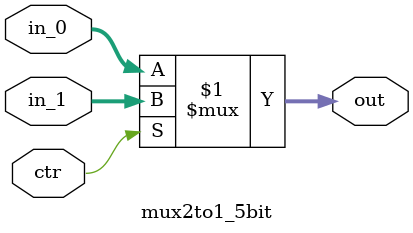
<source format=v>
module mux2to1_5bit(in_0,in_1,ctr,out);
	input wire [4:0] in_0;
	input wire [4:0] in_1;
	input wire ctr;
	output wire [4:0]out;
	assign out=ctr? in_1:in_0;
endmodule

</source>
